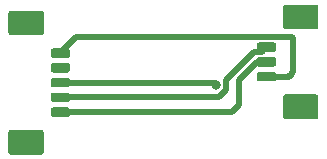
<source format=gbr>
G04 #@! TF.GenerationSoftware,KiCad,Pcbnew,(5.1.5)-3*
G04 #@! TF.CreationDate,2020-03-19T11:30:27+02:00*
G04 #@! TF.ProjectId,RightPanel,52696768-7450-4616-9e65-6c2e6b696361,rev?*
G04 #@! TF.SameCoordinates,Original*
G04 #@! TF.FileFunction,Copper,L2,Bot*
G04 #@! TF.FilePolarity,Positive*
%FSLAX46Y46*%
G04 Gerber Fmt 4.6, Leading zero omitted, Abs format (unit mm)*
G04 Created by KiCad (PCBNEW (5.1.5)-3) date 2020-03-19 11:30:27*
%MOMM*%
%LPD*%
G04 APERTURE LIST*
%ADD10C,0.100000*%
%ADD11C,0.800000*%
%ADD12C,0.500000*%
G04 APERTURE END LIST*
G04 #@! TA.AperFunction,SMDPad,CuDef*
D10*
G36*
X70969603Y-68600963D02*
G01*
X70989018Y-68603843D01*
X71008057Y-68608612D01*
X71026537Y-68615224D01*
X71044279Y-68623616D01*
X71061114Y-68633706D01*
X71076879Y-68645398D01*
X71091421Y-68658579D01*
X71104602Y-68673121D01*
X71116294Y-68688886D01*
X71126384Y-68705721D01*
X71134776Y-68723463D01*
X71141388Y-68741943D01*
X71146157Y-68760982D01*
X71149037Y-68780397D01*
X71150000Y-68800000D01*
X71150000Y-69200000D01*
X71149037Y-69219603D01*
X71146157Y-69239018D01*
X71141388Y-69258057D01*
X71134776Y-69276537D01*
X71126384Y-69294279D01*
X71116294Y-69311114D01*
X71104602Y-69326879D01*
X71091421Y-69341421D01*
X71076879Y-69354602D01*
X71061114Y-69366294D01*
X71044279Y-69376384D01*
X71026537Y-69384776D01*
X71008057Y-69391388D01*
X70989018Y-69396157D01*
X70969603Y-69399037D01*
X70950000Y-69400000D01*
X69750000Y-69400000D01*
X69730397Y-69399037D01*
X69710982Y-69396157D01*
X69691943Y-69391388D01*
X69673463Y-69384776D01*
X69655721Y-69376384D01*
X69638886Y-69366294D01*
X69623121Y-69354602D01*
X69608579Y-69341421D01*
X69595398Y-69326879D01*
X69583706Y-69311114D01*
X69573616Y-69294279D01*
X69565224Y-69276537D01*
X69558612Y-69258057D01*
X69553843Y-69239018D01*
X69550963Y-69219603D01*
X69550000Y-69200000D01*
X69550000Y-68800000D01*
X69550963Y-68780397D01*
X69553843Y-68760982D01*
X69558612Y-68741943D01*
X69565224Y-68723463D01*
X69573616Y-68705721D01*
X69583706Y-68688886D01*
X69595398Y-68673121D01*
X69608579Y-68658579D01*
X69623121Y-68645398D01*
X69638886Y-68633706D01*
X69655721Y-68623616D01*
X69673463Y-68615224D01*
X69691943Y-68608612D01*
X69710982Y-68603843D01*
X69730397Y-68600963D01*
X69750000Y-68600000D01*
X70950000Y-68600000D01*
X70969603Y-68600963D01*
G37*
G04 #@! TD.AperFunction*
G04 #@! TA.AperFunction,SMDPad,CuDef*
G36*
X70969603Y-69850963D02*
G01*
X70989018Y-69853843D01*
X71008057Y-69858612D01*
X71026537Y-69865224D01*
X71044279Y-69873616D01*
X71061114Y-69883706D01*
X71076879Y-69895398D01*
X71091421Y-69908579D01*
X71104602Y-69923121D01*
X71116294Y-69938886D01*
X71126384Y-69955721D01*
X71134776Y-69973463D01*
X71141388Y-69991943D01*
X71146157Y-70010982D01*
X71149037Y-70030397D01*
X71150000Y-70050000D01*
X71150000Y-70450000D01*
X71149037Y-70469603D01*
X71146157Y-70489018D01*
X71141388Y-70508057D01*
X71134776Y-70526537D01*
X71126384Y-70544279D01*
X71116294Y-70561114D01*
X71104602Y-70576879D01*
X71091421Y-70591421D01*
X71076879Y-70604602D01*
X71061114Y-70616294D01*
X71044279Y-70626384D01*
X71026537Y-70634776D01*
X71008057Y-70641388D01*
X70989018Y-70646157D01*
X70969603Y-70649037D01*
X70950000Y-70650000D01*
X69750000Y-70650000D01*
X69730397Y-70649037D01*
X69710982Y-70646157D01*
X69691943Y-70641388D01*
X69673463Y-70634776D01*
X69655721Y-70626384D01*
X69638886Y-70616294D01*
X69623121Y-70604602D01*
X69608579Y-70591421D01*
X69595398Y-70576879D01*
X69583706Y-70561114D01*
X69573616Y-70544279D01*
X69565224Y-70526537D01*
X69558612Y-70508057D01*
X69553843Y-70489018D01*
X69550963Y-70469603D01*
X69550000Y-70450000D01*
X69550000Y-70050000D01*
X69550963Y-70030397D01*
X69553843Y-70010982D01*
X69558612Y-69991943D01*
X69565224Y-69973463D01*
X69573616Y-69955721D01*
X69583706Y-69938886D01*
X69595398Y-69923121D01*
X69608579Y-69908579D01*
X69623121Y-69895398D01*
X69638886Y-69883706D01*
X69655721Y-69873616D01*
X69673463Y-69865224D01*
X69691943Y-69858612D01*
X69710982Y-69853843D01*
X69730397Y-69850963D01*
X69750000Y-69850000D01*
X70950000Y-69850000D01*
X70969603Y-69850963D01*
G37*
G04 #@! TD.AperFunction*
G04 #@! TA.AperFunction,SMDPad,CuDef*
G36*
X70969603Y-71100963D02*
G01*
X70989018Y-71103843D01*
X71008057Y-71108612D01*
X71026537Y-71115224D01*
X71044279Y-71123616D01*
X71061114Y-71133706D01*
X71076879Y-71145398D01*
X71091421Y-71158579D01*
X71104602Y-71173121D01*
X71116294Y-71188886D01*
X71126384Y-71205721D01*
X71134776Y-71223463D01*
X71141388Y-71241943D01*
X71146157Y-71260982D01*
X71149037Y-71280397D01*
X71150000Y-71300000D01*
X71150000Y-71700000D01*
X71149037Y-71719603D01*
X71146157Y-71739018D01*
X71141388Y-71758057D01*
X71134776Y-71776537D01*
X71126384Y-71794279D01*
X71116294Y-71811114D01*
X71104602Y-71826879D01*
X71091421Y-71841421D01*
X71076879Y-71854602D01*
X71061114Y-71866294D01*
X71044279Y-71876384D01*
X71026537Y-71884776D01*
X71008057Y-71891388D01*
X70989018Y-71896157D01*
X70969603Y-71899037D01*
X70950000Y-71900000D01*
X69750000Y-71900000D01*
X69730397Y-71899037D01*
X69710982Y-71896157D01*
X69691943Y-71891388D01*
X69673463Y-71884776D01*
X69655721Y-71876384D01*
X69638886Y-71866294D01*
X69623121Y-71854602D01*
X69608579Y-71841421D01*
X69595398Y-71826879D01*
X69583706Y-71811114D01*
X69573616Y-71794279D01*
X69565224Y-71776537D01*
X69558612Y-71758057D01*
X69553843Y-71739018D01*
X69550963Y-71719603D01*
X69550000Y-71700000D01*
X69550000Y-71300000D01*
X69550963Y-71280397D01*
X69553843Y-71260982D01*
X69558612Y-71241943D01*
X69565224Y-71223463D01*
X69573616Y-71205721D01*
X69583706Y-71188886D01*
X69595398Y-71173121D01*
X69608579Y-71158579D01*
X69623121Y-71145398D01*
X69638886Y-71133706D01*
X69655721Y-71123616D01*
X69673463Y-71115224D01*
X69691943Y-71108612D01*
X69710982Y-71103843D01*
X69730397Y-71100963D01*
X69750000Y-71100000D01*
X70950000Y-71100000D01*
X70969603Y-71100963D01*
G37*
G04 #@! TD.AperFunction*
G04 #@! TA.AperFunction,SMDPad,CuDef*
G36*
X74524504Y-65401204D02*
G01*
X74548773Y-65404804D01*
X74572571Y-65410765D01*
X74595671Y-65419030D01*
X74617849Y-65429520D01*
X74638893Y-65442133D01*
X74658598Y-65456747D01*
X74676777Y-65473223D01*
X74693253Y-65491402D01*
X74707867Y-65511107D01*
X74720480Y-65532151D01*
X74730970Y-65554329D01*
X74739235Y-65577429D01*
X74745196Y-65601227D01*
X74748796Y-65625496D01*
X74750000Y-65650000D01*
X74750000Y-67250000D01*
X74748796Y-67274504D01*
X74745196Y-67298773D01*
X74739235Y-67322571D01*
X74730970Y-67345671D01*
X74720480Y-67367849D01*
X74707867Y-67388893D01*
X74693253Y-67408598D01*
X74676777Y-67426777D01*
X74658598Y-67443253D01*
X74638893Y-67457867D01*
X74617849Y-67470480D01*
X74595671Y-67480970D01*
X74572571Y-67489235D01*
X74548773Y-67495196D01*
X74524504Y-67498796D01*
X74500000Y-67500000D01*
X72000000Y-67500000D01*
X71975496Y-67498796D01*
X71951227Y-67495196D01*
X71927429Y-67489235D01*
X71904329Y-67480970D01*
X71882151Y-67470480D01*
X71861107Y-67457867D01*
X71841402Y-67443253D01*
X71823223Y-67426777D01*
X71806747Y-67408598D01*
X71792133Y-67388893D01*
X71779520Y-67367849D01*
X71769030Y-67345671D01*
X71760765Y-67322571D01*
X71754804Y-67298773D01*
X71751204Y-67274504D01*
X71750000Y-67250000D01*
X71750000Y-65650000D01*
X71751204Y-65625496D01*
X71754804Y-65601227D01*
X71760765Y-65577429D01*
X71769030Y-65554329D01*
X71779520Y-65532151D01*
X71792133Y-65511107D01*
X71806747Y-65491402D01*
X71823223Y-65473223D01*
X71841402Y-65456747D01*
X71861107Y-65442133D01*
X71882151Y-65429520D01*
X71904329Y-65419030D01*
X71927429Y-65410765D01*
X71951227Y-65404804D01*
X71975496Y-65401204D01*
X72000000Y-65400000D01*
X74500000Y-65400000D01*
X74524504Y-65401204D01*
G37*
G04 #@! TD.AperFunction*
G04 #@! TA.AperFunction,SMDPad,CuDef*
G36*
X74524504Y-73001204D02*
G01*
X74548773Y-73004804D01*
X74572571Y-73010765D01*
X74595671Y-73019030D01*
X74617849Y-73029520D01*
X74638893Y-73042133D01*
X74658598Y-73056747D01*
X74676777Y-73073223D01*
X74693253Y-73091402D01*
X74707867Y-73111107D01*
X74720480Y-73132151D01*
X74730970Y-73154329D01*
X74739235Y-73177429D01*
X74745196Y-73201227D01*
X74748796Y-73225496D01*
X74750000Y-73250000D01*
X74750000Y-74850000D01*
X74748796Y-74874504D01*
X74745196Y-74898773D01*
X74739235Y-74922571D01*
X74730970Y-74945671D01*
X74720480Y-74967849D01*
X74707867Y-74988893D01*
X74693253Y-75008598D01*
X74676777Y-75026777D01*
X74658598Y-75043253D01*
X74638893Y-75057867D01*
X74617849Y-75070480D01*
X74595671Y-75080970D01*
X74572571Y-75089235D01*
X74548773Y-75095196D01*
X74524504Y-75098796D01*
X74500000Y-75100000D01*
X72000000Y-75100000D01*
X71975496Y-75098796D01*
X71951227Y-75095196D01*
X71927429Y-75089235D01*
X71904329Y-75080970D01*
X71882151Y-75070480D01*
X71861107Y-75057867D01*
X71841402Y-75043253D01*
X71823223Y-75026777D01*
X71806747Y-75008598D01*
X71792133Y-74988893D01*
X71779520Y-74967849D01*
X71769030Y-74945671D01*
X71760765Y-74922571D01*
X71754804Y-74898773D01*
X71751204Y-74874504D01*
X71750000Y-74850000D01*
X71750000Y-73250000D01*
X71751204Y-73225496D01*
X71754804Y-73201227D01*
X71760765Y-73177429D01*
X71769030Y-73154329D01*
X71779520Y-73132151D01*
X71792133Y-73111107D01*
X71806747Y-73091402D01*
X71823223Y-73073223D01*
X71841402Y-73056747D01*
X71861107Y-73042133D01*
X71882151Y-73029520D01*
X71904329Y-73019030D01*
X71927429Y-73010765D01*
X71951227Y-73004804D01*
X71975496Y-73001204D01*
X72000000Y-73000000D01*
X74500000Y-73000000D01*
X74524504Y-73001204D01*
G37*
G04 #@! TD.AperFunction*
G04 #@! TA.AperFunction,SMDPad,CuDef*
G36*
X53519603Y-74100963D02*
G01*
X53539018Y-74103843D01*
X53558057Y-74108612D01*
X53576537Y-74115224D01*
X53594279Y-74123616D01*
X53611114Y-74133706D01*
X53626879Y-74145398D01*
X53641421Y-74158579D01*
X53654602Y-74173121D01*
X53666294Y-74188886D01*
X53676384Y-74205721D01*
X53684776Y-74223463D01*
X53691388Y-74241943D01*
X53696157Y-74260982D01*
X53699037Y-74280397D01*
X53700000Y-74300000D01*
X53700000Y-74700000D01*
X53699037Y-74719603D01*
X53696157Y-74739018D01*
X53691388Y-74758057D01*
X53684776Y-74776537D01*
X53676384Y-74794279D01*
X53666294Y-74811114D01*
X53654602Y-74826879D01*
X53641421Y-74841421D01*
X53626879Y-74854602D01*
X53611114Y-74866294D01*
X53594279Y-74876384D01*
X53576537Y-74884776D01*
X53558057Y-74891388D01*
X53539018Y-74896157D01*
X53519603Y-74899037D01*
X53500000Y-74900000D01*
X52300000Y-74900000D01*
X52280397Y-74899037D01*
X52260982Y-74896157D01*
X52241943Y-74891388D01*
X52223463Y-74884776D01*
X52205721Y-74876384D01*
X52188886Y-74866294D01*
X52173121Y-74854602D01*
X52158579Y-74841421D01*
X52145398Y-74826879D01*
X52133706Y-74811114D01*
X52123616Y-74794279D01*
X52115224Y-74776537D01*
X52108612Y-74758057D01*
X52103843Y-74739018D01*
X52100963Y-74719603D01*
X52100000Y-74700000D01*
X52100000Y-74300000D01*
X52100963Y-74280397D01*
X52103843Y-74260982D01*
X52108612Y-74241943D01*
X52115224Y-74223463D01*
X52123616Y-74205721D01*
X52133706Y-74188886D01*
X52145398Y-74173121D01*
X52158579Y-74158579D01*
X52173121Y-74145398D01*
X52188886Y-74133706D01*
X52205721Y-74123616D01*
X52223463Y-74115224D01*
X52241943Y-74108612D01*
X52260982Y-74103843D01*
X52280397Y-74100963D01*
X52300000Y-74100000D01*
X53500000Y-74100000D01*
X53519603Y-74100963D01*
G37*
G04 #@! TD.AperFunction*
G04 #@! TA.AperFunction,SMDPad,CuDef*
G36*
X53519603Y-72850963D02*
G01*
X53539018Y-72853843D01*
X53558057Y-72858612D01*
X53576537Y-72865224D01*
X53594279Y-72873616D01*
X53611114Y-72883706D01*
X53626879Y-72895398D01*
X53641421Y-72908579D01*
X53654602Y-72923121D01*
X53666294Y-72938886D01*
X53676384Y-72955721D01*
X53684776Y-72973463D01*
X53691388Y-72991943D01*
X53696157Y-73010982D01*
X53699037Y-73030397D01*
X53700000Y-73050000D01*
X53700000Y-73450000D01*
X53699037Y-73469603D01*
X53696157Y-73489018D01*
X53691388Y-73508057D01*
X53684776Y-73526537D01*
X53676384Y-73544279D01*
X53666294Y-73561114D01*
X53654602Y-73576879D01*
X53641421Y-73591421D01*
X53626879Y-73604602D01*
X53611114Y-73616294D01*
X53594279Y-73626384D01*
X53576537Y-73634776D01*
X53558057Y-73641388D01*
X53539018Y-73646157D01*
X53519603Y-73649037D01*
X53500000Y-73650000D01*
X52300000Y-73650000D01*
X52280397Y-73649037D01*
X52260982Y-73646157D01*
X52241943Y-73641388D01*
X52223463Y-73634776D01*
X52205721Y-73626384D01*
X52188886Y-73616294D01*
X52173121Y-73604602D01*
X52158579Y-73591421D01*
X52145398Y-73576879D01*
X52133706Y-73561114D01*
X52123616Y-73544279D01*
X52115224Y-73526537D01*
X52108612Y-73508057D01*
X52103843Y-73489018D01*
X52100963Y-73469603D01*
X52100000Y-73450000D01*
X52100000Y-73050000D01*
X52100963Y-73030397D01*
X52103843Y-73010982D01*
X52108612Y-72991943D01*
X52115224Y-72973463D01*
X52123616Y-72955721D01*
X52133706Y-72938886D01*
X52145398Y-72923121D01*
X52158579Y-72908579D01*
X52173121Y-72895398D01*
X52188886Y-72883706D01*
X52205721Y-72873616D01*
X52223463Y-72865224D01*
X52241943Y-72858612D01*
X52260982Y-72853843D01*
X52280397Y-72850963D01*
X52300000Y-72850000D01*
X53500000Y-72850000D01*
X53519603Y-72850963D01*
G37*
G04 #@! TD.AperFunction*
G04 #@! TA.AperFunction,SMDPad,CuDef*
G36*
X53519603Y-71600963D02*
G01*
X53539018Y-71603843D01*
X53558057Y-71608612D01*
X53576537Y-71615224D01*
X53594279Y-71623616D01*
X53611114Y-71633706D01*
X53626879Y-71645398D01*
X53641421Y-71658579D01*
X53654602Y-71673121D01*
X53666294Y-71688886D01*
X53676384Y-71705721D01*
X53684776Y-71723463D01*
X53691388Y-71741943D01*
X53696157Y-71760982D01*
X53699037Y-71780397D01*
X53700000Y-71800000D01*
X53700000Y-72200000D01*
X53699037Y-72219603D01*
X53696157Y-72239018D01*
X53691388Y-72258057D01*
X53684776Y-72276537D01*
X53676384Y-72294279D01*
X53666294Y-72311114D01*
X53654602Y-72326879D01*
X53641421Y-72341421D01*
X53626879Y-72354602D01*
X53611114Y-72366294D01*
X53594279Y-72376384D01*
X53576537Y-72384776D01*
X53558057Y-72391388D01*
X53539018Y-72396157D01*
X53519603Y-72399037D01*
X53500000Y-72400000D01*
X52300000Y-72400000D01*
X52280397Y-72399037D01*
X52260982Y-72396157D01*
X52241943Y-72391388D01*
X52223463Y-72384776D01*
X52205721Y-72376384D01*
X52188886Y-72366294D01*
X52173121Y-72354602D01*
X52158579Y-72341421D01*
X52145398Y-72326879D01*
X52133706Y-72311114D01*
X52123616Y-72294279D01*
X52115224Y-72276537D01*
X52108612Y-72258057D01*
X52103843Y-72239018D01*
X52100963Y-72219603D01*
X52100000Y-72200000D01*
X52100000Y-71800000D01*
X52100963Y-71780397D01*
X52103843Y-71760982D01*
X52108612Y-71741943D01*
X52115224Y-71723463D01*
X52123616Y-71705721D01*
X52133706Y-71688886D01*
X52145398Y-71673121D01*
X52158579Y-71658579D01*
X52173121Y-71645398D01*
X52188886Y-71633706D01*
X52205721Y-71623616D01*
X52223463Y-71615224D01*
X52241943Y-71608612D01*
X52260982Y-71603843D01*
X52280397Y-71600963D01*
X52300000Y-71600000D01*
X53500000Y-71600000D01*
X53519603Y-71600963D01*
G37*
G04 #@! TD.AperFunction*
G04 #@! TA.AperFunction,SMDPad,CuDef*
G36*
X53519603Y-70350963D02*
G01*
X53539018Y-70353843D01*
X53558057Y-70358612D01*
X53576537Y-70365224D01*
X53594279Y-70373616D01*
X53611114Y-70383706D01*
X53626879Y-70395398D01*
X53641421Y-70408579D01*
X53654602Y-70423121D01*
X53666294Y-70438886D01*
X53676384Y-70455721D01*
X53684776Y-70473463D01*
X53691388Y-70491943D01*
X53696157Y-70510982D01*
X53699037Y-70530397D01*
X53700000Y-70550000D01*
X53700000Y-70950000D01*
X53699037Y-70969603D01*
X53696157Y-70989018D01*
X53691388Y-71008057D01*
X53684776Y-71026537D01*
X53676384Y-71044279D01*
X53666294Y-71061114D01*
X53654602Y-71076879D01*
X53641421Y-71091421D01*
X53626879Y-71104602D01*
X53611114Y-71116294D01*
X53594279Y-71126384D01*
X53576537Y-71134776D01*
X53558057Y-71141388D01*
X53539018Y-71146157D01*
X53519603Y-71149037D01*
X53500000Y-71150000D01*
X52300000Y-71150000D01*
X52280397Y-71149037D01*
X52260982Y-71146157D01*
X52241943Y-71141388D01*
X52223463Y-71134776D01*
X52205721Y-71126384D01*
X52188886Y-71116294D01*
X52173121Y-71104602D01*
X52158579Y-71091421D01*
X52145398Y-71076879D01*
X52133706Y-71061114D01*
X52123616Y-71044279D01*
X52115224Y-71026537D01*
X52108612Y-71008057D01*
X52103843Y-70989018D01*
X52100963Y-70969603D01*
X52100000Y-70950000D01*
X52100000Y-70550000D01*
X52100963Y-70530397D01*
X52103843Y-70510982D01*
X52108612Y-70491943D01*
X52115224Y-70473463D01*
X52123616Y-70455721D01*
X52133706Y-70438886D01*
X52145398Y-70423121D01*
X52158579Y-70408579D01*
X52173121Y-70395398D01*
X52188886Y-70383706D01*
X52205721Y-70373616D01*
X52223463Y-70365224D01*
X52241943Y-70358612D01*
X52260982Y-70353843D01*
X52280397Y-70350963D01*
X52300000Y-70350000D01*
X53500000Y-70350000D01*
X53519603Y-70350963D01*
G37*
G04 #@! TD.AperFunction*
G04 #@! TA.AperFunction,SMDPad,CuDef*
G36*
X53519603Y-69100963D02*
G01*
X53539018Y-69103843D01*
X53558057Y-69108612D01*
X53576537Y-69115224D01*
X53594279Y-69123616D01*
X53611114Y-69133706D01*
X53626879Y-69145398D01*
X53641421Y-69158579D01*
X53654602Y-69173121D01*
X53666294Y-69188886D01*
X53676384Y-69205721D01*
X53684776Y-69223463D01*
X53691388Y-69241943D01*
X53696157Y-69260982D01*
X53699037Y-69280397D01*
X53700000Y-69300000D01*
X53700000Y-69700000D01*
X53699037Y-69719603D01*
X53696157Y-69739018D01*
X53691388Y-69758057D01*
X53684776Y-69776537D01*
X53676384Y-69794279D01*
X53666294Y-69811114D01*
X53654602Y-69826879D01*
X53641421Y-69841421D01*
X53626879Y-69854602D01*
X53611114Y-69866294D01*
X53594279Y-69876384D01*
X53576537Y-69884776D01*
X53558057Y-69891388D01*
X53539018Y-69896157D01*
X53519603Y-69899037D01*
X53500000Y-69900000D01*
X52300000Y-69900000D01*
X52280397Y-69899037D01*
X52260982Y-69896157D01*
X52241943Y-69891388D01*
X52223463Y-69884776D01*
X52205721Y-69876384D01*
X52188886Y-69866294D01*
X52173121Y-69854602D01*
X52158579Y-69841421D01*
X52145398Y-69826879D01*
X52133706Y-69811114D01*
X52123616Y-69794279D01*
X52115224Y-69776537D01*
X52108612Y-69758057D01*
X52103843Y-69739018D01*
X52100963Y-69719603D01*
X52100000Y-69700000D01*
X52100000Y-69300000D01*
X52100963Y-69280397D01*
X52103843Y-69260982D01*
X52108612Y-69241943D01*
X52115224Y-69223463D01*
X52123616Y-69205721D01*
X52133706Y-69188886D01*
X52145398Y-69173121D01*
X52158579Y-69158579D01*
X52173121Y-69145398D01*
X52188886Y-69133706D01*
X52205721Y-69123616D01*
X52223463Y-69115224D01*
X52241943Y-69108612D01*
X52260982Y-69103843D01*
X52280397Y-69100963D01*
X52300000Y-69100000D01*
X53500000Y-69100000D01*
X53519603Y-69100963D01*
G37*
G04 #@! TD.AperFunction*
G04 #@! TA.AperFunction,SMDPad,CuDef*
G36*
X51274504Y-76001204D02*
G01*
X51298773Y-76004804D01*
X51322571Y-76010765D01*
X51345671Y-76019030D01*
X51367849Y-76029520D01*
X51388893Y-76042133D01*
X51408598Y-76056747D01*
X51426777Y-76073223D01*
X51443253Y-76091402D01*
X51457867Y-76111107D01*
X51470480Y-76132151D01*
X51480970Y-76154329D01*
X51489235Y-76177429D01*
X51495196Y-76201227D01*
X51498796Y-76225496D01*
X51500000Y-76250000D01*
X51500000Y-77850000D01*
X51498796Y-77874504D01*
X51495196Y-77898773D01*
X51489235Y-77922571D01*
X51480970Y-77945671D01*
X51470480Y-77967849D01*
X51457867Y-77988893D01*
X51443253Y-78008598D01*
X51426777Y-78026777D01*
X51408598Y-78043253D01*
X51388893Y-78057867D01*
X51367849Y-78070480D01*
X51345671Y-78080970D01*
X51322571Y-78089235D01*
X51298773Y-78095196D01*
X51274504Y-78098796D01*
X51250000Y-78100000D01*
X48750000Y-78100000D01*
X48725496Y-78098796D01*
X48701227Y-78095196D01*
X48677429Y-78089235D01*
X48654329Y-78080970D01*
X48632151Y-78070480D01*
X48611107Y-78057867D01*
X48591402Y-78043253D01*
X48573223Y-78026777D01*
X48556747Y-78008598D01*
X48542133Y-77988893D01*
X48529520Y-77967849D01*
X48519030Y-77945671D01*
X48510765Y-77922571D01*
X48504804Y-77898773D01*
X48501204Y-77874504D01*
X48500000Y-77850000D01*
X48500000Y-76250000D01*
X48501204Y-76225496D01*
X48504804Y-76201227D01*
X48510765Y-76177429D01*
X48519030Y-76154329D01*
X48529520Y-76132151D01*
X48542133Y-76111107D01*
X48556747Y-76091402D01*
X48573223Y-76073223D01*
X48591402Y-76056747D01*
X48611107Y-76042133D01*
X48632151Y-76029520D01*
X48654329Y-76019030D01*
X48677429Y-76010765D01*
X48701227Y-76004804D01*
X48725496Y-76001204D01*
X48750000Y-76000000D01*
X51250000Y-76000000D01*
X51274504Y-76001204D01*
G37*
G04 #@! TD.AperFunction*
G04 #@! TA.AperFunction,SMDPad,CuDef*
G36*
X51274504Y-65901204D02*
G01*
X51298773Y-65904804D01*
X51322571Y-65910765D01*
X51345671Y-65919030D01*
X51367849Y-65929520D01*
X51388893Y-65942133D01*
X51408598Y-65956747D01*
X51426777Y-65973223D01*
X51443253Y-65991402D01*
X51457867Y-66011107D01*
X51470480Y-66032151D01*
X51480970Y-66054329D01*
X51489235Y-66077429D01*
X51495196Y-66101227D01*
X51498796Y-66125496D01*
X51500000Y-66150000D01*
X51500000Y-67750000D01*
X51498796Y-67774504D01*
X51495196Y-67798773D01*
X51489235Y-67822571D01*
X51480970Y-67845671D01*
X51470480Y-67867849D01*
X51457867Y-67888893D01*
X51443253Y-67908598D01*
X51426777Y-67926777D01*
X51408598Y-67943253D01*
X51388893Y-67957867D01*
X51367849Y-67970480D01*
X51345671Y-67980970D01*
X51322571Y-67989235D01*
X51298773Y-67995196D01*
X51274504Y-67998796D01*
X51250000Y-68000000D01*
X48750000Y-68000000D01*
X48725496Y-67998796D01*
X48701227Y-67995196D01*
X48677429Y-67989235D01*
X48654329Y-67980970D01*
X48632151Y-67970480D01*
X48611107Y-67957867D01*
X48591402Y-67943253D01*
X48573223Y-67926777D01*
X48556747Y-67908598D01*
X48542133Y-67888893D01*
X48529520Y-67867849D01*
X48519030Y-67845671D01*
X48510765Y-67822571D01*
X48504804Y-67798773D01*
X48501204Y-67774504D01*
X48500000Y-67750000D01*
X48500000Y-66150000D01*
X48501204Y-66125496D01*
X48504804Y-66101227D01*
X48510765Y-66077429D01*
X48519030Y-66054329D01*
X48529520Y-66032151D01*
X48542133Y-66011107D01*
X48556747Y-65991402D01*
X48573223Y-65973223D01*
X48591402Y-65956747D01*
X48611107Y-65942133D01*
X48632151Y-65929520D01*
X48654329Y-65919030D01*
X48677429Y-65910765D01*
X48701227Y-65904804D01*
X48725496Y-65901204D01*
X48750000Y-65900000D01*
X51250000Y-65900000D01*
X51274504Y-65901204D01*
G37*
G04 #@! TD.AperFunction*
D11*
X52900000Y-70750000D03*
X66093958Y-72193958D03*
X52900012Y-69500000D03*
D12*
X69550000Y-70250000D02*
X70350000Y-70250000D01*
X68000000Y-71800000D02*
X69550000Y-70250000D01*
X68000000Y-73900000D02*
X68000000Y-71800000D01*
X67400000Y-74500000D02*
X68000000Y-73900000D01*
X53300000Y-74500000D02*
X67400000Y-74500000D01*
X53700000Y-73250000D02*
X52900000Y-73250000D01*
X66295918Y-73250000D02*
X53700000Y-73250000D01*
X66943959Y-72601959D02*
X66295918Y-73250000D01*
X69329916Y-69400000D02*
X66943959Y-71785957D01*
X69950000Y-69400000D02*
X69329916Y-69400000D01*
X66943959Y-71785957D02*
X66943959Y-72601959D01*
X70350000Y-69000000D02*
X69950000Y-69400000D01*
X65900000Y-72000000D02*
X66093958Y-72193958D01*
X52900000Y-72000000D02*
X65900000Y-72000000D01*
X72300000Y-71500000D02*
X72400000Y-71400000D01*
X70350000Y-71500000D02*
X72300000Y-71500000D01*
X72400000Y-71400000D02*
X72110002Y-71500000D01*
X72510001Y-68149999D02*
X54250013Y-68149999D01*
X72600001Y-68239999D02*
X72510001Y-68149999D01*
X72400000Y-71400000D02*
X72600001Y-71010001D01*
X54250013Y-68149999D02*
X53300011Y-69100001D01*
X53300011Y-69100001D02*
X52900012Y-69500000D01*
X72600001Y-71010001D02*
X72600001Y-68239999D01*
M02*

</source>
